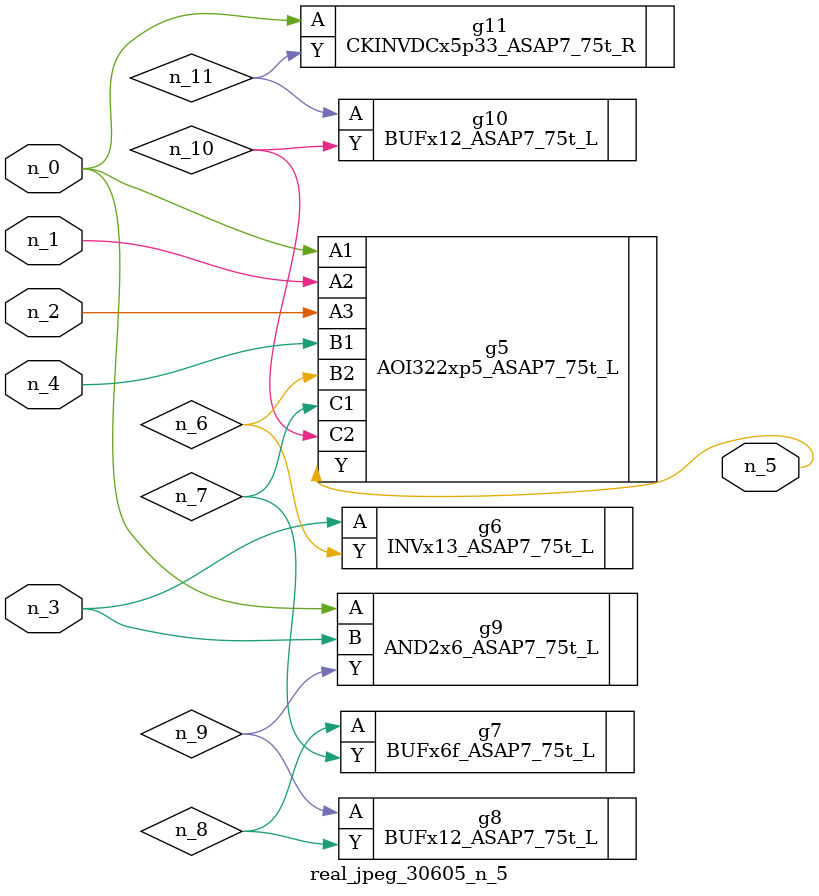
<source format=v>
module real_jpeg_30605_n_5 (n_4, n_0, n_1, n_2, n_3, n_5);

input n_4;
input n_0;
input n_1;
input n_2;
input n_3;

output n_5;

wire n_8;
wire n_11;
wire n_6;
wire n_7;
wire n_10;
wire n_9;

AOI322xp5_ASAP7_75t_L g5 ( 
.A1(n_0),
.A2(n_1),
.A3(n_2),
.B1(n_4),
.B2(n_6),
.C1(n_7),
.C2(n_10),
.Y(n_5)
);

AND2x6_ASAP7_75t_L g9 ( 
.A(n_0),
.B(n_3),
.Y(n_9)
);

CKINVDCx5p33_ASAP7_75t_R g11 ( 
.A(n_0),
.Y(n_11)
);

INVx13_ASAP7_75t_L g6 ( 
.A(n_3),
.Y(n_6)
);

BUFx6f_ASAP7_75t_L g7 ( 
.A(n_8),
.Y(n_7)
);

BUFx12_ASAP7_75t_L g8 ( 
.A(n_9),
.Y(n_8)
);

BUFx12_ASAP7_75t_L g10 ( 
.A(n_11),
.Y(n_10)
);


endmodule
</source>
